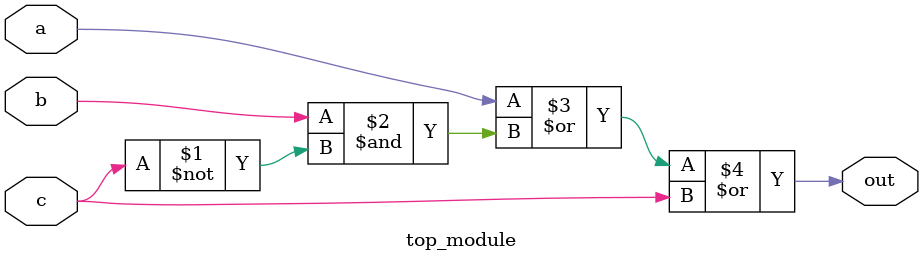
<source format=v>
module top_module(
    input a,
    input b,
    input c,
    output out  ); 
    assign out=((a)|(b&~c)|c);
endmodule

</source>
